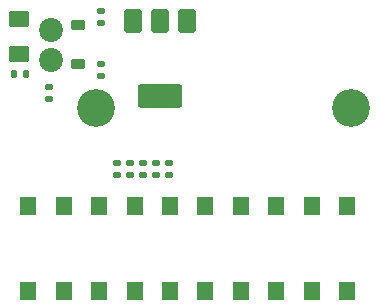
<source format=gbr>
%TF.GenerationSoftware,KiCad,Pcbnew,8.0.7*%
%TF.CreationDate,2025-01-07T22:37:39-03:00*%
%TF.ProjectId,organator,6f726761-6e61-4746-9f72-2e6b69636164,rev?*%
%TF.SameCoordinates,Original*%
%TF.FileFunction,Soldermask,Top*%
%TF.FilePolarity,Negative*%
%FSLAX46Y46*%
G04 Gerber Fmt 4.6, Leading zero omitted, Abs format (unit mm)*
G04 Created by KiCad (PCBNEW 8.0.7) date 2025-01-07 22:37:39*
%MOMM*%
%LPD*%
G01*
G04 APERTURE LIST*
G04 Aperture macros list*
%AMRoundRect*
0 Rectangle with rounded corners*
0 $1 Rounding radius*
0 $2 $3 $4 $5 $6 $7 $8 $9 X,Y pos of 4 corners*
0 Add a 4 corners polygon primitive as box body*
4,1,4,$2,$3,$4,$5,$6,$7,$8,$9,$2,$3,0*
0 Add four circle primitives for the rounded corners*
1,1,$1+$1,$2,$3*
1,1,$1+$1,$4,$5*
1,1,$1+$1,$6,$7*
1,1,$1+$1,$8,$9*
0 Add four rect primitives between the rounded corners*
20,1,$1+$1,$2,$3,$4,$5,0*
20,1,$1+$1,$4,$5,$6,$7,0*
20,1,$1+$1,$6,$7,$8,$9,0*
20,1,$1+$1,$8,$9,$2,$3,0*%
G04 Aperture macros list end*
%ADD10RoundRect,0.135000X0.185000X-0.135000X0.185000X0.135000X-0.185000X0.135000X-0.185000X-0.135000X0*%
%ADD11RoundRect,0.135000X-0.135000X-0.185000X0.135000X-0.185000X0.135000X0.185000X-0.135000X0.185000X0*%
%ADD12RoundRect,0.135000X-0.185000X0.135000X-0.185000X-0.135000X0.185000X-0.135000X0.185000X0.135000X0*%
%ADD13R,1.400000X1.600000*%
%ADD14C,2.020000*%
%ADD15RoundRect,0.225000X-0.375000X0.225000X-0.375000X-0.225000X0.375000X-0.225000X0.375000X0.225000X0*%
%ADD16RoundRect,0.250000X-0.500000X0.750000X-0.500000X-0.750000X0.500000X-0.750000X0.500000X0.750000X0*%
%ADD17RoundRect,0.250000X-1.650000X0.750000X-1.650000X-0.750000X1.650000X-0.750000X1.650000X0.750000X0*%
%ADD18RoundRect,0.250001X0.624999X-0.462499X0.624999X0.462499X-0.624999X0.462499X-0.624999X-0.462499X0*%
%ADD19C,3.204000*%
G04 APERTURE END LIST*
D10*
%TO.C,R5*%
X114580000Y-112200000D03*
X114580000Y-111180000D03*
%TD*%
D11*
%TO.C,R1*%
X104730000Y-103700000D03*
X105750000Y-103700000D03*
%TD*%
D10*
%TO.C,R7*%
X116780000Y-112200000D03*
X116780000Y-111180000D03*
%TD*%
D12*
%TO.C,R3*%
X112100000Y-102850000D03*
X112100000Y-103870000D03*
%TD*%
D13*
%TO.C,SW2*%
X111950000Y-122050000D03*
X111950000Y-114850000D03*
X114950000Y-122050000D03*
X114950000Y-114850000D03*
%TD*%
%TO.C,SW5*%
X129950000Y-122050000D03*
X129950000Y-114850000D03*
X132950000Y-122050000D03*
X132950000Y-114850000D03*
%TD*%
D14*
%TO.C,J1*%
X107900000Y-102450000D03*
X107900000Y-99910000D03*
%TD*%
D15*
%TO.C,D2*%
X110200000Y-99550000D03*
X110200000Y-102850000D03*
%TD*%
D10*
%TO.C,R4*%
X113480000Y-112200000D03*
X113480000Y-111180000D03*
%TD*%
D13*
%TO.C,SW1*%
X105950000Y-122050000D03*
X105950000Y-114850000D03*
X108950000Y-122050000D03*
X108950000Y-114850000D03*
%TD*%
D16*
%TO.C,Q1*%
X119400000Y-99200000D03*
X117100000Y-99200000D03*
D17*
X117100000Y-105500000D03*
D16*
X114800000Y-99200000D03*
%TD*%
D10*
%TO.C,R8*%
X117900000Y-112200000D03*
X117900000Y-111180000D03*
%TD*%
D12*
%TO.C,R2*%
X112100000Y-98290000D03*
X112100000Y-99310000D03*
%TD*%
D13*
%TO.C,SW3*%
X117950000Y-122050000D03*
X117950000Y-114850000D03*
X120950000Y-122050000D03*
X120950000Y-114850000D03*
%TD*%
D18*
%TO.C,D1*%
X105200000Y-101975000D03*
X105200000Y-99000000D03*
%TD*%
D12*
%TO.C,R9*%
X107750000Y-104750000D03*
X107750000Y-105770000D03*
%TD*%
D10*
%TO.C,R6*%
X115680000Y-112200000D03*
X115680000Y-111180000D03*
%TD*%
D13*
%TO.C,SW4*%
X123950000Y-122050000D03*
X123950000Y-114850000D03*
X126950000Y-122050000D03*
X126950000Y-114850000D03*
%TD*%
D19*
%TO.C,BT1*%
X133300000Y-106550000D03*
X111700000Y-106550000D03*
%TD*%
M02*

</source>
